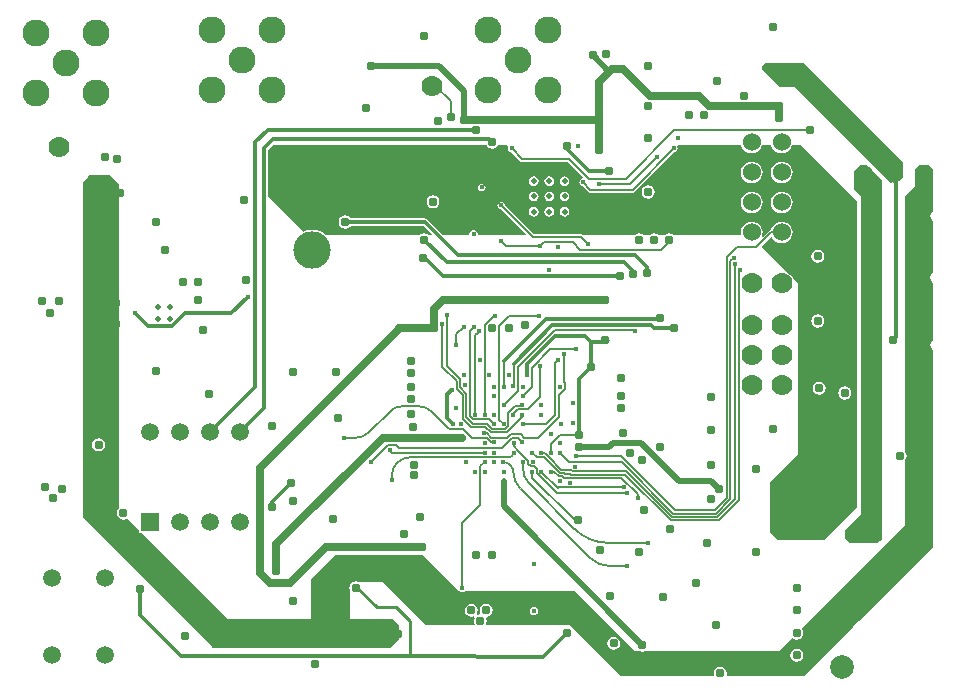
<source format=gbl>
%FSLAX23Y23*%
%MOIN*%
G70*
G01*
G75*
G04 Layer_Physical_Order=4*
G04 Layer_Color=16711680*
%ADD10C,0.012*%
%ADD11C,0.011*%
%ADD12R,0.118X0.079*%
%ADD13R,0.079X0.039*%
%ADD14R,0.030X0.030*%
%ADD15R,0.030X0.030*%
%ADD16R,0.035X0.031*%
%ADD17R,0.031X0.031*%
%ADD18R,0.044X0.058*%
%ADD19R,0.079X0.047*%
%ADD20R,0.094X0.102*%
%ADD21R,0.012X0.053*%
%ADD22R,0.071X0.075*%
%ADD23R,0.091X0.075*%
%ADD24R,0.050X0.030*%
%ADD25R,0.030X0.050*%
%ADD26R,0.008X0.027*%
%ADD27R,0.015X0.061*%
%ADD28R,0.051X0.049*%
%ADD29R,0.020X0.020*%
%ADD30R,0.130X0.173*%
%ADD31R,0.154X0.244*%
%ADD32R,0.058X0.044*%
%ADD33R,0.012X0.020*%
%ADD34R,0.012X0.019*%
%ADD35R,0.020X0.020*%
%ADD36R,0.051X0.107*%
%ADD37R,0.011X0.031*%
%ADD38R,0.055X0.047*%
%ADD39O,0.087X0.024*%
%ADD40R,0.033X0.011*%
%ADD41R,0.065X0.094*%
%ADD42R,0.024X0.010*%
%ADD43R,0.010X0.024*%
%ADD44R,0.201X0.201*%
%ADD45R,0.039X0.028*%
%ADD46C,0.009*%
%ADD47C,0.039*%
%ADD48C,0.008*%
%ADD49C,0.015*%
%ADD50C,0.010*%
%ADD51C,0.020*%
%ADD52C,0.025*%
%ADD53C,0.005*%
%ADD54C,0.006*%
%ADD55C,0.060*%
%ADD56C,0.070*%
%ADD57C,0.125*%
%ADD58C,0.090*%
%ADD59C,0.059*%
%ADD60C,0.079*%
%ADD61R,0.059X0.059*%
%ADD62C,0.031*%
%ADD63C,0.016*%
%ADD64C,0.020*%
%ADD65C,0.006*%
G36*
X3055Y1720D02*
Y1660D01*
Y1582D01*
X3051Y1579D01*
X3046Y1573D01*
X3045Y1565D01*
X3046Y1557D01*
X3051Y1551D01*
X3055Y1548D01*
Y1377D01*
X3051Y1374D01*
X3046Y1368D01*
X3045Y1360D01*
X3046Y1352D01*
X3051Y1346D01*
X3055Y1343D01*
Y1152D01*
X3051Y1149D01*
X3046Y1143D01*
X3045Y1135D01*
X3046Y1127D01*
X3051Y1121D01*
X3055Y1118D01*
X3055Y460D01*
X2814Y219D01*
X2804Y214D01*
X2794Y206D01*
X2786Y196D01*
X2781Y186D01*
X2625Y30D01*
X2370D01*
X2366Y35D01*
X2367Y40D01*
X2365Y48D01*
X2361Y56D01*
X2353Y60D01*
X2345Y62D01*
X2337Y60D01*
X2329Y56D01*
X2325Y48D01*
X2323Y40D01*
X2324Y35D01*
X2320Y30D01*
X2105D01*
X2015D01*
X1845Y200D01*
X1566D01*
X1564Y204D01*
X1565Y207D01*
X1567Y215D01*
X1565Y223D01*
X1568Y229D01*
X1573Y230D01*
X1581Y235D01*
X1585Y242D01*
X1587Y250D01*
X1585Y258D01*
X1581Y266D01*
X1573Y270D01*
X1565Y272D01*
X1557Y270D01*
X1549Y266D01*
X1545Y258D01*
X1543Y250D01*
X1545Y242D01*
X1542Y236D01*
X1537Y235D01*
X1536Y236D01*
X1534Y239D01*
X1535Y242D01*
X1537Y250D01*
X1535Y258D01*
X1531Y266D01*
X1523Y270D01*
X1515Y272D01*
X1507Y270D01*
X1500Y266D01*
X1495Y258D01*
X1493Y250D01*
X1495Y242D01*
X1500Y235D01*
X1507Y230D01*
X1515Y228D01*
X1523Y230D01*
X1524Y229D01*
X1526Y226D01*
X1525Y223D01*
X1523Y215D01*
X1525Y207D01*
X1526Y204D01*
X1524Y200D01*
X1365D01*
X1220Y345D01*
X1139D01*
X1138Y345D01*
X1130Y347D01*
X1122Y345D01*
X1114Y341D01*
X1110Y333D01*
X1108Y325D01*
X1110Y317D01*
X1110Y316D01*
Y220D01*
X1230D01*
X1255D01*
X1275Y200D01*
Y165D01*
Y155D01*
X1245Y125D01*
X655Y125D01*
X220Y560D01*
Y1675D01*
X236Y1696D01*
X242Y1700D01*
X310Y1700D01*
X340Y1670D01*
X340Y591D01*
X340Y591D01*
X335Y583D01*
X333Y575D01*
X335Y567D01*
X340Y559D01*
X347Y555D01*
X355Y553D01*
X363Y555D01*
X368Y557D01*
X409Y516D01*
Y509D01*
X416D01*
X705Y220D01*
X980Y220D01*
X980Y355D01*
X1060Y435D01*
X1355Y435D01*
X1475Y315D01*
X1477D01*
X1480Y313D01*
X1485Y312D01*
X1490Y313D01*
X1493Y315D01*
X1860D01*
X2060Y115D01*
X2076D01*
X2077Y115D01*
X2085Y113D01*
X2093Y115D01*
X2094Y115D01*
X2540D01*
X2584Y159D01*
X2584D01*
X2592Y155D01*
X2600Y153D01*
X2608Y155D01*
X2616Y159D01*
X2620Y167D01*
X2622Y175D01*
X2620Y183D01*
X2616Y191D01*
X2960Y535D01*
Y749D01*
X2961Y749D01*
X2965Y757D01*
X2967Y765D01*
X2965Y773D01*
X2961Y780D01*
X2960Y781D01*
Y1630D01*
X2995Y1665D01*
Y1720D01*
X3010Y1735D01*
X3040D01*
X3055Y1720D01*
D02*
G37*
G36*
X2835Y1735D02*
X2885Y1685D01*
X2885Y1407D01*
X2885Y1405D01*
X2885Y1403D01*
X2885Y1202D01*
X2885Y1200D01*
X2885Y1198D01*
X2885Y977D01*
X2885Y975D01*
X2885Y973D01*
X2885Y490D01*
X2870Y475D01*
X2775Y475D01*
X2760Y490D01*
X2760Y515D01*
X2815Y570D01*
X2815Y1630D01*
X2790Y1655D01*
X2790Y1715D01*
X2810Y1735D01*
X2835Y1735D01*
D02*
G37*
G36*
X2955Y1745D02*
Y1695D01*
X2948Y1688D01*
X2943Y1690D01*
Y1699D01*
X2942Y1704D01*
X2940Y1708D01*
X2934Y1714D01*
X2930Y1716D01*
X2925Y1717D01*
X2920Y1716D01*
X2916Y1714D01*
X2914Y1710D01*
X2913Y1705D01*
X2914Y1700D01*
X2916Y1696D01*
X2919Y1694D01*
Y1678D01*
X2914Y1676D01*
X2595Y1995D01*
X2545D01*
X2485Y2055D01*
X2485Y2065D01*
X2495Y2075D01*
X2625D01*
X2955Y1745D01*
D02*
G37*
G36*
X2800Y1615D02*
X2800Y595D01*
X2690Y485D01*
X2535D01*
X2510Y510D01*
Y675D01*
X2605Y770D01*
Y1340D01*
X2587Y1358D01*
X2586Y1361D01*
X2579Y1369D01*
X2571Y1376D01*
X2568Y1377D01*
X2484Y1461D01*
Y1466D01*
X2513Y1495D01*
X2518Y1494D01*
X2519Y1492D01*
X2524Y1484D01*
X2532Y1479D01*
X2541Y1475D01*
X2550Y1474D01*
X2559Y1475D01*
X2568Y1479D01*
X2576Y1484D01*
X2581Y1492D01*
X2585Y1501D01*
X2586Y1510D01*
X2585Y1519D01*
X2581Y1528D01*
X2576Y1536D01*
X2568Y1541D01*
X2559Y1545D01*
X2550Y1546D01*
X2541Y1545D01*
X2532Y1541D01*
X2524Y1536D01*
X2519Y1528D01*
X2515Y1519D01*
X2515Y1519D01*
X2512Y1518D01*
X2509Y1516D01*
X2488Y1496D01*
X2484Y1499D01*
X2485Y1501D01*
X2486Y1510D01*
X2485Y1519D01*
X2481Y1528D01*
X2476Y1536D01*
X2468Y1541D01*
X2459Y1545D01*
X2450Y1546D01*
X2441Y1545D01*
X2432Y1541D01*
X2424Y1536D01*
X2419Y1528D01*
X2415Y1519D01*
X2414Y1510D01*
X2414Y1505D01*
X2410Y1500D01*
X2191Y1500D01*
X2191Y1501D01*
X2183Y1505D01*
X2175Y1507D01*
X2167Y1505D01*
X2159Y1501D01*
X2159Y1500D01*
X2141D01*
X2141Y1501D01*
X2133Y1505D01*
X2125Y1507D01*
X2117Y1505D01*
X2109Y1501D01*
X2109Y1500D01*
X2091D01*
X2091Y1501D01*
X2083Y1505D01*
X2075Y1507D01*
X2067Y1505D01*
X2059Y1501D01*
X2059Y1500D01*
X1889D01*
X1887Y1502D01*
X1884Y1504D01*
X1880Y1505D01*
X1724D01*
X1628Y1601D01*
X1627Y1605D01*
X1624Y1609D01*
X1620Y1612D01*
X1615Y1613D01*
X1610Y1612D01*
X1606Y1609D01*
X1603Y1605D01*
X1602Y1600D01*
X1603Y1595D01*
X1606Y1591D01*
X1610Y1588D01*
X1614Y1587D01*
X1696Y1505D01*
X1694Y1500D01*
X1539D01*
X1536Y1504D01*
X1536Y1505D01*
X1535Y1510D01*
X1532Y1514D01*
X1528Y1517D01*
X1523Y1518D01*
X1517Y1517D01*
X1513Y1514D01*
X1510Y1510D01*
X1509Y1505D01*
X1509Y1504D01*
X1506Y1500D01*
X1422D01*
X1369Y1554D01*
X1365Y1556D01*
X1360Y1557D01*
X1113D01*
X1111Y1561D01*
X1103Y1565D01*
X1095Y1567D01*
X1087Y1565D01*
X1079Y1561D01*
X1075Y1553D01*
X1073Y1545D01*
X1075Y1537D01*
X1079Y1529D01*
X1087Y1525D01*
X1095Y1523D01*
X1103Y1525D01*
X1111Y1529D01*
X1113Y1533D01*
X1355D01*
X1383Y1505D01*
X1381Y1500D01*
X1373D01*
X1373Y1501D01*
X1366Y1505D01*
X1358Y1507D01*
X1349Y1505D01*
X1342Y1501D01*
X1342Y1500D01*
X1032Y1500D01*
X1023Y1507D01*
X1011Y1514D01*
X998Y1518D01*
X985Y1519D01*
X972Y1518D01*
X959Y1514D01*
X957Y1513D01*
X837Y1633D01*
Y1782D01*
X855Y1800D01*
X1566D01*
X1569Y1794D01*
X1577Y1790D01*
X1585Y1788D01*
X1593Y1790D01*
X1601Y1794D01*
X1604Y1800D01*
X1635D01*
X1638Y1795D01*
X1637Y1790D01*
X1638Y1785D01*
X1641Y1781D01*
X1645Y1778D01*
X1649Y1777D01*
X1678Y1748D01*
X1681Y1746D01*
X1685Y1745D01*
X1836D01*
X1886Y1695D01*
X1884Y1689D01*
X1883Y1689D01*
X1879Y1686D01*
X1876Y1682D01*
X1875Y1677D01*
X1876Y1672D01*
X1879Y1667D01*
X1883Y1665D01*
X1887Y1664D01*
X1905Y1646D01*
X1908Y1644D01*
X1912Y1643D01*
X2053D01*
X2057Y1644D01*
X2060Y1646D01*
X2191Y1777D01*
X2195Y1778D01*
X2199Y1781D01*
X2202Y1785D01*
X2203Y1790D01*
X2202Y1795D01*
X2205Y1800D01*
X2415D01*
X2419Y1792D01*
X2424Y1784D01*
X2432Y1779D01*
X2441Y1775D01*
X2450Y1774D01*
X2459Y1775D01*
X2468Y1779D01*
X2476Y1784D01*
X2481Y1792D01*
X2485Y1800D01*
X2515D01*
X2519Y1792D01*
X2524Y1784D01*
X2532Y1779D01*
X2541Y1775D01*
X2550Y1774D01*
X2559Y1775D01*
X2568Y1779D01*
X2576Y1784D01*
X2581Y1792D01*
X2585Y1800D01*
X2615D01*
X2800Y1615D01*
D02*
G37*
%LPC*%
G36*
X2670Y1237D02*
X2662Y1235D01*
X2655Y1231D01*
X2650Y1223D01*
X2648Y1215D01*
X2650Y1207D01*
X2655Y1199D01*
X2662Y1195D01*
X2670Y1193D01*
X2678Y1195D01*
X2686Y1199D01*
X2690Y1207D01*
X2692Y1215D01*
X2690Y1223D01*
X2686Y1231D01*
X2678Y1235D01*
X2670Y1237D01*
D02*
G37*
G36*
X2670Y1452D02*
X2662Y1450D01*
X2654Y1446D01*
X2650Y1438D01*
X2648Y1430D01*
X2650Y1422D01*
X2654Y1414D01*
X2662Y1410D01*
X2670Y1408D01*
X2678Y1410D01*
X2686Y1414D01*
X2690Y1422D01*
X2692Y1430D01*
X2690Y1438D01*
X2686Y1446D01*
X2678Y1450D01*
X2670Y1452D01*
D02*
G37*
G36*
X1826Y1595D02*
X1820Y1594D01*
X1815Y1590D01*
X1811Y1585D01*
X1810Y1579D01*
X1811Y1573D01*
X1815Y1567D01*
X1820Y1564D01*
X1826Y1563D01*
X1832Y1564D01*
X1838Y1567D01*
X1841Y1573D01*
X1842Y1579D01*
X1841Y1585D01*
X1838Y1590D01*
X1832Y1594D01*
X1826Y1595D01*
D02*
G37*
G36*
X1775D02*
X1769Y1594D01*
X1764Y1590D01*
X1760Y1585D01*
X1759Y1579D01*
X1760Y1573D01*
X1764Y1567D01*
X1769Y1564D01*
X1775Y1563D01*
X1781Y1564D01*
X1786Y1567D01*
X1790Y1573D01*
X1791Y1579D01*
X1790Y1585D01*
X1786Y1590D01*
X1781Y1594D01*
X1775Y1595D01*
D02*
G37*
G36*
X1724D02*
X1718Y1594D01*
X1712Y1590D01*
X1709Y1585D01*
X1708Y1579D01*
X1709Y1573D01*
X1712Y1567D01*
X1718Y1564D01*
X1724Y1563D01*
X1730Y1564D01*
X1735Y1567D01*
X1739Y1573D01*
X1740Y1579D01*
X1739Y1585D01*
X1735Y1590D01*
X1730Y1594D01*
X1724Y1595D01*
D02*
G37*
G36*
X2675Y1012D02*
X2667Y1010D01*
X2659Y1006D01*
X2655Y998D01*
X2653Y990D01*
X2655Y982D01*
X2659Y975D01*
X2667Y970D01*
X2675Y968D01*
X2683Y970D01*
X2691Y975D01*
X2695Y982D01*
X2697Y990D01*
X2695Y998D01*
X2691Y1006D01*
X2683Y1010D01*
X2675Y1012D01*
D02*
G37*
G36*
X1990Y162D02*
X1981Y160D01*
X1974Y156D01*
X1970Y148D01*
X1968Y140D01*
X1970Y132D01*
X1974Y124D01*
X1981Y120D01*
X1990Y118D01*
X1998Y120D01*
X2005Y124D01*
X2010Y132D01*
X2012Y140D01*
X2010Y148D01*
X2005Y156D01*
X1998Y160D01*
X1990Y162D01*
D02*
G37*
G36*
X2600Y122D02*
X2592Y120D01*
X2584Y116D01*
X2580Y108D01*
X2578Y100D01*
X2580Y92D01*
X2584Y84D01*
X2592Y80D01*
X2600Y78D01*
X2608Y80D01*
X2616Y84D01*
X2620Y92D01*
X2622Y100D01*
X2620Y108D01*
X2616Y116D01*
X2608Y120D01*
X2600Y122D01*
D02*
G37*
G36*
X1724Y262D02*
X1718Y261D01*
X1714Y258D01*
X1711Y254D01*
X1710Y249D01*
X1711Y243D01*
X1714Y239D01*
X1718Y236D01*
X1724Y235D01*
X1729Y236D01*
X1733Y239D01*
X1736Y243D01*
X1737Y249D01*
X1736Y254D01*
X1733Y258D01*
X1729Y261D01*
X1724Y262D01*
D02*
G37*
G36*
X2760Y997D02*
X2752Y995D01*
X2744Y991D01*
X2740Y983D01*
X2738Y975D01*
X2740Y967D01*
X2744Y959D01*
X2752Y955D01*
X2760Y953D01*
X2768Y955D01*
X2776Y959D01*
X2780Y967D01*
X2782Y975D01*
X2780Y983D01*
X2776Y991D01*
X2768Y995D01*
X2760Y997D01*
D02*
G37*
G36*
X273Y824D02*
X264Y823D01*
X257Y818D01*
X252Y811D01*
X251Y803D01*
X252Y794D01*
X257Y787D01*
X264Y782D01*
X273Y781D01*
X281Y782D01*
X288Y787D01*
X293Y794D01*
X294Y803D01*
X293Y811D01*
X288Y818D01*
X281Y823D01*
X273Y824D01*
D02*
G37*
G36*
X1775Y1697D02*
X1769Y1696D01*
X1764Y1693D01*
X1760Y1687D01*
X1759Y1681D01*
X1760Y1675D01*
X1764Y1670D01*
X1769Y1666D01*
X1775Y1665D01*
X1781Y1666D01*
X1786Y1670D01*
X1790Y1675D01*
X1791Y1681D01*
X1790Y1687D01*
X1786Y1693D01*
X1781Y1696D01*
X1775Y1697D01*
D02*
G37*
G36*
X1724D02*
X1718Y1696D01*
X1712Y1693D01*
X1709Y1687D01*
X1708Y1681D01*
X1709Y1675D01*
X1712Y1670D01*
X1718Y1666D01*
X1724Y1665D01*
X1730Y1666D01*
X1735Y1670D01*
X1739Y1675D01*
X1740Y1681D01*
X1739Y1687D01*
X1735Y1693D01*
X1730Y1696D01*
X1724Y1697D01*
D02*
G37*
G36*
X1550Y1673D02*
X1545Y1672D01*
X1541Y1669D01*
X1538Y1665D01*
X1537Y1660D01*
X1538Y1655D01*
X1541Y1651D01*
X1545Y1648D01*
X1550Y1647D01*
X1555Y1648D01*
X1559Y1651D01*
X1562Y1655D01*
X1563Y1660D01*
X1562Y1665D01*
X1559Y1669D01*
X1555Y1672D01*
X1550Y1673D01*
D02*
G37*
G36*
X2550Y1746D02*
X2541Y1745D01*
X2532Y1741D01*
X2524Y1736D01*
X2519Y1728D01*
X2515Y1719D01*
X2514Y1710D01*
X2515Y1701D01*
X2519Y1692D01*
X2524Y1684D01*
X2532Y1679D01*
X2541Y1675D01*
X2550Y1674D01*
X2559Y1675D01*
X2568Y1679D01*
X2576Y1684D01*
X2581Y1692D01*
X2585Y1701D01*
X2586Y1710D01*
X2585Y1719D01*
X2581Y1728D01*
X2576Y1736D01*
X2568Y1741D01*
X2559Y1745D01*
X2550Y1746D01*
D02*
G37*
G36*
X2450D02*
X2441Y1745D01*
X2432Y1741D01*
X2424Y1736D01*
X2419Y1728D01*
X2415Y1719D01*
X2414Y1710D01*
X2415Y1701D01*
X2419Y1692D01*
X2424Y1684D01*
X2432Y1679D01*
X2441Y1675D01*
X2450Y1674D01*
X2459Y1675D01*
X2468Y1679D01*
X2476Y1684D01*
X2481Y1692D01*
X2485Y1701D01*
X2486Y1710D01*
X2485Y1719D01*
X2481Y1728D01*
X2476Y1736D01*
X2468Y1741D01*
X2459Y1745D01*
X2450Y1746D01*
D02*
G37*
G36*
X1826Y1697D02*
X1820Y1696D01*
X1815Y1693D01*
X1811Y1687D01*
X1810Y1681D01*
X1811Y1675D01*
X1815Y1670D01*
X1820Y1666D01*
X1826Y1665D01*
X1832Y1666D01*
X1838Y1670D01*
X1841Y1675D01*
X1842Y1681D01*
X1841Y1687D01*
X1838Y1693D01*
X1832Y1696D01*
X1826Y1697D01*
D02*
G37*
G36*
X2105Y1667D02*
X2097Y1665D01*
X2089Y1661D01*
X2085Y1653D01*
X2083Y1645D01*
X2085Y1637D01*
X2089Y1629D01*
X2097Y1625D01*
X2105Y1623D01*
X2113Y1625D01*
X2121Y1629D01*
X2125Y1637D01*
X2127Y1645D01*
X2125Y1653D01*
X2121Y1661D01*
X2113Y1665D01*
X2105Y1667D01*
D02*
G37*
G36*
X1388Y1634D02*
X1379Y1633D01*
X1372Y1628D01*
X1367Y1621D01*
X1366Y1612D01*
X1367Y1604D01*
X1372Y1597D01*
X1379Y1592D01*
X1388Y1591D01*
X1396Y1592D01*
X1403Y1597D01*
X1408Y1604D01*
X1409Y1612D01*
X1408Y1621D01*
X1403Y1628D01*
X1396Y1633D01*
X1388Y1634D01*
D02*
G37*
G36*
X2550Y1646D02*
X2541Y1645D01*
X2532Y1641D01*
X2524Y1636D01*
X2519Y1628D01*
X2515Y1619D01*
X2514Y1610D01*
X2515Y1601D01*
X2519Y1592D01*
X2524Y1584D01*
X2532Y1579D01*
X2541Y1575D01*
X2550Y1574D01*
X2559Y1575D01*
X2568Y1579D01*
X2576Y1584D01*
X2581Y1592D01*
X2585Y1601D01*
X2586Y1610D01*
X2585Y1619D01*
X2581Y1628D01*
X2576Y1636D01*
X2568Y1641D01*
X2559Y1645D01*
X2550Y1646D01*
D02*
G37*
G36*
X2450D02*
X2441Y1645D01*
X2432Y1641D01*
X2424Y1636D01*
X2419Y1628D01*
X2415Y1619D01*
X2414Y1610D01*
X2415Y1601D01*
X2419Y1592D01*
X2424Y1584D01*
X2432Y1579D01*
X2441Y1575D01*
X2450Y1574D01*
X2459Y1575D01*
X2468Y1579D01*
X2476Y1584D01*
X2481Y1592D01*
X2485Y1601D01*
X2486Y1610D01*
X2485Y1619D01*
X2481Y1628D01*
X2476Y1636D01*
X2468Y1641D01*
X2459Y1645D01*
X2450Y1646D01*
D02*
G37*
G36*
X1826Y1646D02*
X1820Y1645D01*
X1815Y1641D01*
X1811Y1636D01*
X1810Y1630D01*
X1811Y1624D01*
X1815Y1619D01*
X1820Y1615D01*
X1826Y1614D01*
X1832Y1615D01*
X1838Y1619D01*
X1841Y1624D01*
X1842Y1630D01*
X1841Y1636D01*
X1838Y1641D01*
X1832Y1645D01*
X1826Y1646D01*
D02*
G37*
G36*
X1775D02*
X1769Y1645D01*
X1764Y1641D01*
X1760Y1636D01*
X1759Y1630D01*
X1760Y1624D01*
X1764Y1619D01*
X1769Y1615D01*
X1775Y1614D01*
X1781Y1615D01*
X1786Y1619D01*
X1790Y1624D01*
X1791Y1630D01*
X1790Y1636D01*
X1786Y1641D01*
X1781Y1645D01*
X1775Y1646D01*
D02*
G37*
G36*
X1724D02*
X1718Y1645D01*
X1712Y1641D01*
X1709Y1636D01*
X1708Y1630D01*
X1709Y1624D01*
X1712Y1619D01*
X1718Y1615D01*
X1724Y1614D01*
X1730Y1615D01*
X1735Y1619D01*
X1739Y1624D01*
X1740Y1630D01*
X1739Y1636D01*
X1735Y1641D01*
X1730Y1645D01*
X1724Y1646D01*
D02*
G37*
%LPD*%
D10*
X1958Y1145D02*
G03*
X1970Y1150I0J17D01*
G01*
X855Y1820D02*
X1575D01*
X1585Y1810D01*
X1535Y1850D02*
X1538Y1852D01*
X837D02*
X1538D01*
X2931Y1161D02*
Y1699D01*
X2920Y1150D02*
X2931Y1161D01*
X2925Y1705D02*
X2931Y1699D01*
X1755Y95D02*
X1835Y175D01*
X1310Y98D02*
X1755Y95D01*
X1835Y175D02*
X1835D01*
X2125Y1190D02*
X2195D01*
X2115Y1200D02*
X2125Y1190D01*
X1785Y1200D02*
X2115D01*
X1765Y1220D02*
X2145D01*
X2100Y1375D02*
Y1395D01*
X2060Y1435D02*
X2100Y1395D01*
X2055Y1370D02*
Y1380D01*
X2025Y1410D02*
X2055Y1380D01*
X825Y1790D02*
X855Y1820D01*
X1530Y1850D02*
X1535D01*
X825Y925D02*
Y1790D01*
X1907Y1715D02*
X1975D01*
X1835Y1787D02*
X1907Y1715D01*
X1835Y1787D02*
Y1797D01*
Y1790D02*
Y1797D01*
X795Y1810D02*
X837Y1852D01*
X1433Y1410D02*
X2025D01*
X1358Y1485D02*
X1433Y1410D01*
X1470Y1435D02*
X2060D01*
X1360Y1545D02*
X1470Y1435D01*
X795Y995D02*
Y1810D01*
X645Y845D02*
X795Y995D01*
X745Y845D02*
X825Y925D01*
X1656Y1071D02*
X1785Y1200D01*
X395Y1240D02*
X437Y1199D01*
X519D01*
X561Y1240D01*
X715D01*
X770Y1295D01*
X410Y235D02*
Y320D01*
Y235D02*
X548Y98D01*
X1310D01*
X1700Y1035D02*
Y1070D01*
X1355Y1425D02*
X1360D01*
X1875Y835D02*
Y1020D01*
X1915Y1060D01*
Y1145D01*
X1700Y1070D02*
X1795Y1165D01*
X1895D01*
X1915Y1145D01*
X1625Y1080D02*
X1765Y1220D01*
X850Y595D02*
Y610D01*
X915Y675D01*
X1435Y890D02*
X1455Y870D01*
X1435Y890D02*
Y970D01*
X1450Y985D01*
X1915Y1145D02*
X1958D01*
X1360Y1425D02*
X1420Y1365D01*
X2010D01*
X1095Y1545D02*
X1360D01*
D48*
X1395Y1999D02*
X1447Y1947D01*
Y1894D02*
Y1947D01*
X1383Y1999D02*
X1395D01*
X2190Y1850D02*
X2645D01*
X2030Y1689D02*
X2190Y1850D01*
X1906Y1689D02*
X2030D01*
X1650Y1790D02*
X1685Y1755D01*
X1877Y1453D02*
X2148D01*
X1615Y1480D02*
X1630Y1465D01*
X1745D01*
X1685Y1755D02*
X1840D01*
X1906Y1689D01*
X1940Y1670D02*
X2045D01*
X2135Y1760D01*
X2053Y1653D02*
X2190Y1790D01*
X1757Y1477D02*
X1853D01*
X1745Y1465D02*
X1757Y1477D01*
X1853D02*
X1877Y1453D01*
X1615Y1600D02*
X1720Y1495D01*
X1880D01*
X1905Y1470D01*
X1888Y1677D02*
X1912Y1653D01*
X2053D01*
X2175Y1485D02*
X2180D01*
X2148Y1453D02*
X2180Y1485D01*
D50*
X1130Y325D02*
X1135D01*
X1200Y260D01*
X1265D01*
X1310Y215D01*
Y98D02*
Y215D01*
D51*
X1490Y1885D02*
Y1983D01*
X1408Y2065D02*
X1490Y1983D01*
X1180Y2065D02*
X1408D01*
X1623Y597D02*
X2085Y135D01*
X1623Y597D02*
Y682D01*
X2081Y807D02*
X2207Y680D01*
X1987Y807D02*
X2081D01*
X2207Y680D02*
X2315D01*
X2340Y655D01*
X1975Y795D02*
X1987Y807D01*
X1875Y795D02*
X1975D01*
X1920Y2100D02*
X1975Y2045D01*
D52*
X1490Y1885D02*
X1940D01*
X1030Y460D02*
X1350D01*
X910Y340D02*
X1030Y460D01*
X845Y340D02*
X910D01*
X810Y375D02*
X845Y340D01*
X810Y375D02*
Y725D01*
X1273Y1188D01*
X1940Y1785D02*
Y2010D01*
X2020Y2055D02*
X2111Y1964D01*
X1985Y2055D02*
X2020D01*
X2111Y1964D02*
X2274D01*
X2540Y1890D02*
Y1930D01*
X2274Y1964D02*
X2308Y1930D01*
X2540D01*
X1275Y1190D02*
X1390D01*
Y1255D01*
X1420Y1285D01*
X1960D01*
X865Y380D02*
Y470D01*
X1220Y825D01*
X1485D01*
X1940Y2010D02*
X1975Y2045D01*
X1985Y2055D01*
D53*
X1640Y761D02*
G03*
X1656Y776I0J16D01*
G01*
X1312Y761D02*
G03*
X1250Y698I0J-62D01*
G01*
X1686Y729D02*
G03*
X1710Y670I83J0D01*
G01*
X1858Y523D02*
G03*
X1972Y475I115J115D01*
G01*
X1645Y735D02*
G03*
X1621Y745I-24J-24D01*
G01*
X1655Y711D02*
G03*
X1677Y658I74J0D01*
G01*
X1655Y711D02*
G03*
X1645Y735I-34J0D01*
G01*
X1908Y427D02*
G03*
X1979Y398I71J71D01*
G01*
X1545Y600D02*
Y730D01*
X1485Y540D02*
X1545Y600D01*
X1485Y325D02*
Y540D01*
X1794Y1185D02*
X2055D01*
X2060Y1180D01*
X2394Y1404D02*
X2395Y1405D01*
X2379Y620D02*
Y1414D01*
X2368Y625D02*
Y1428D01*
X2379Y1414D02*
X2390Y1425D01*
X2368Y1428D02*
X2400Y1460D01*
X2394Y620D02*
Y1404D01*
X2407Y1382D02*
X2410Y1385D01*
X2407Y617D02*
Y1382D01*
X2400Y1460D02*
X2465D01*
X2340Y550D02*
X2407Y617D01*
X2335Y561D02*
X2394Y620D01*
X2515Y1510D02*
X2550D01*
X2465Y1460D02*
X2515Y1510D01*
X2328Y585D02*
X2368Y625D01*
X2331Y572D02*
X2379Y620D01*
X2195Y585D02*
X2328D01*
X2189Y572D02*
X2331D01*
X2185Y561D02*
X2335D01*
X2180Y550D02*
X2340D01*
X2016Y745D02*
X2189Y572D01*
X2032Y714D02*
X2185Y561D01*
X2027Y703D02*
X2180Y550D01*
X1865Y765D02*
X2015D01*
X1840Y745D02*
X2016D01*
X1810Y775D02*
X1840Y745D01*
X1774Y761D02*
X1815Y719D01*
X1848D01*
X1854Y714D01*
X2032D01*
X1749Y776D02*
X1758D01*
X1765Y770D01*
Y770D02*
X1774Y761D01*
X1774D01*
X1765Y770D02*
Y770D01*
X1827Y704D02*
X1848D01*
X1811Y708D02*
X1823D01*
X1827Y704D01*
X1848D02*
X1849Y703D01*
X2027D01*
X1717Y776D02*
X1718D01*
X1734Y760D02*
X1758D01*
X1769Y750D02*
X1769D01*
X1811Y708D01*
X1718Y776D02*
X1734Y760D01*
X1758D02*
X1769Y750D01*
X2015Y765D02*
X2195Y585D01*
X1810Y835D02*
X1875D01*
X1780Y805D02*
X1810Y835D01*
X1780Y776D02*
Y805D01*
X1655Y997D02*
X1656Y998D01*
Y1071D01*
X1972Y475D02*
X2105D01*
X1806Y697D02*
X1818D01*
X1823Y693D01*
X1780Y713D02*
X1790D01*
X1806Y697D01*
X1733Y707D02*
X1800Y640D01*
X1749Y713D02*
X1803Y659D01*
X1805Y660D01*
X2025D01*
X1823Y693D02*
X1843D01*
X1844Y692D01*
X1560Y903D02*
X1560Y902D01*
X1560Y903D02*
Y1160D01*
X1575Y887D02*
X1591Y871D01*
X1522Y887D02*
X1575D01*
X1686Y965D02*
X1716Y995D01*
X1671Y782D02*
Y783D01*
X1656Y797D02*
X1671Y783D01*
X1180Y745D02*
X1236Y801D01*
X1265D01*
X1273Y792D01*
X2070Y625D02*
Y637D01*
X1844Y692D02*
X2015D01*
X2070Y637D01*
X1800Y640D02*
X2035D01*
X1625Y999D02*
X1625Y999D01*
X1607Y886D02*
X1623Y871D01*
X1716Y995D02*
Y1057D01*
X1625Y999D02*
Y1080D01*
X1545Y730D02*
X1560Y745D01*
X1243Y785D02*
X1251Y776D01*
X1560D01*
X1717Y693D02*
Y712D01*
X1733Y707D02*
Y722D01*
X1725Y730D02*
X1733Y722D01*
X1714Y730D02*
X1725D01*
X1705Y739D02*
X1714Y730D01*
X1705Y739D02*
Y749D01*
X1671Y782D02*
X1705Y749D01*
X1671Y981D02*
Y1061D01*
X1794Y1185D01*
X1860Y550D02*
X1870D01*
X1717Y693D02*
X1860Y550D01*
X1716Y1057D02*
X1778Y1120D01*
X1778Y1120D01*
X1640Y1230D02*
X1740D01*
X1607Y1178D02*
X1609Y1180D01*
Y1199D01*
X1640Y1230D01*
X1561Y1161D02*
Y1200D01*
X1560Y1160D02*
X1561Y1161D01*
X1591Y1230D02*
X1595D01*
X1561Y1200D02*
X1591Y1230D01*
X1686Y870D02*
X1765D01*
X1795Y900D01*
X1806Y895D02*
Y969D01*
X1826Y989D01*
Y1011D01*
X1825Y1011D02*
X1826Y1011D01*
X1825Y1011D02*
Y1105D01*
X1778Y1120D02*
X1818D01*
X1819Y1120D01*
X1865D02*
X1865Y1120D01*
X1819Y1120D02*
X1865D01*
X1795Y900D02*
Y1075D01*
X1805Y1085D01*
X1745Y960D02*
Y1065D01*
X1655Y905D02*
X1670Y920D01*
X1705D01*
X1745Y960D01*
X1607Y886D02*
Y1178D01*
X1625Y935D02*
Y935D01*
X1671Y981D01*
X1681Y931D02*
X1685Y936D01*
X1661Y931D02*
X1681D01*
X1638Y908D02*
X1661Y931D01*
X1638Y864D02*
Y908D01*
X1629Y855D02*
X1638Y864D01*
X1585Y855D02*
X1629D01*
X1567Y873D02*
X1585Y855D01*
X1670Y826D02*
X1685Y810D01*
X1736Y825D02*
X1806Y895D01*
X1692Y825D02*
X1736D01*
X1559Y840D02*
X1566D01*
X1680Y837D02*
X1692Y825D01*
X1566Y840D02*
X1581Y826D01*
X1641Y815D02*
Y815D01*
X1618Y792D02*
X1641Y815D01*
Y815D02*
X1651Y826D01*
X1670D01*
X1273Y792D02*
X1618D01*
X1646Y837D02*
X1680D01*
X1581Y826D02*
X1635D01*
X1646Y837D01*
X1685Y896D02*
Y900D01*
X1634Y844D02*
X1685Y896D01*
X1580Y844D02*
X1634D01*
X1562Y862D02*
X1580Y844D01*
X1515Y862D02*
X1562D01*
X1520Y873D02*
X1567D01*
X1499Y894D02*
X1520Y873D01*
X1510Y899D02*
X1522Y887D01*
X1488Y889D02*
X1515Y862D01*
X1499Y894D02*
Y973D01*
X1478Y994D02*
X1499Y973D01*
X1478Y994D02*
Y1022D01*
X1488Y889D02*
Y968D01*
X1467Y989D02*
X1488Y968D01*
X1467Y989D02*
Y1015D01*
X1419Y1063D02*
Y1205D01*
Y1063D02*
X1467Y1015D01*
X1250Y685D02*
Y698D01*
X1312Y761D02*
X1640D01*
X1656Y797D02*
Y810D01*
X1710Y670D02*
X1858Y523D01*
X1686Y729D02*
Y745D01*
X1620Y745D02*
X1621D01*
X1680Y655D02*
X1908Y427D01*
X1979Y398D02*
X2033D01*
X1528Y902D02*
Y1168D01*
X1536Y1176D01*
X1435Y1065D02*
X1478Y1022D01*
X1435Y1065D02*
Y1235D01*
X1465Y1135D02*
Y1170D01*
X1510Y899D02*
Y1180D01*
X1525Y1195D01*
X1465Y1170D02*
X1490Y1195D01*
D54*
X1127Y825D02*
G03*
X1175Y845I0J68D01*
G01*
X1280Y930D02*
G03*
X1246Y916I0J-48D01*
G01*
X1380Y915D02*
G03*
X1344Y930I-36J-36D01*
G01*
X1436Y859D02*
G03*
X1448Y854I13J13D01*
G01*
X1580Y810D02*
X1590D01*
X1486Y854D02*
X1517Y824D01*
X1566D01*
X1580Y810D01*
X1090Y825D02*
X1127D01*
X1175Y845D02*
X1246Y916D01*
X1448Y854D02*
X1486D01*
X1380Y915D02*
X1380Y915D01*
X1436Y859D01*
X1280Y930D02*
X1344D01*
D55*
X3025Y1705D02*
D03*
X2825D02*
D03*
X2925D02*
D03*
X2450Y1610D02*
D03*
Y1510D02*
D03*
Y1810D02*
D03*
Y1710D02*
D03*
X2550Y1610D02*
D03*
Y1510D02*
D03*
Y1810D02*
D03*
Y1710D02*
D03*
D56*
Y1340D02*
D03*
X2450D02*
D03*
Y1000D02*
D03*
X2550D02*
D03*
X2450Y1100D02*
D03*
X2550D02*
D03*
X2450Y1200D02*
D03*
X2550D02*
D03*
X140Y1795D02*
D03*
X1383Y1999D02*
D03*
D57*
X985Y1450D02*
D03*
D58*
X750Y2085D02*
D03*
X850Y2185D02*
D03*
X650D02*
D03*
Y1985D02*
D03*
X850D02*
D03*
X1670Y2085D02*
D03*
X1770Y2185D02*
D03*
X1570D02*
D03*
Y1985D02*
D03*
X1770D02*
D03*
X165Y2075D02*
D03*
X265Y2175D02*
D03*
X65D02*
D03*
Y1975D02*
D03*
X265D02*
D03*
D59*
X294Y102D02*
D03*
X116D02*
D03*
Y358D02*
D03*
X294D02*
D03*
X745Y845D02*
D03*
X645D02*
D03*
X545D02*
D03*
X745Y545D02*
D03*
X545D02*
D03*
X645D02*
D03*
X445Y845D02*
D03*
D60*
X2750Y63D02*
D03*
D61*
X445Y545D02*
D03*
D62*
X1358Y2165D02*
D03*
X1447Y1894D02*
D03*
X2100Y1375D02*
D03*
X1095Y1545D02*
D03*
X1490Y1885D02*
D03*
X1405Y1880D02*
D03*
X1180Y2065D02*
D03*
X1165Y1925D02*
D03*
X1585Y1810D02*
D03*
X2920Y1150D02*
D03*
X1350Y460D02*
D03*
X2345Y40D02*
D03*
X1290Y505D02*
D03*
X2760Y975D02*
D03*
X1515Y250D02*
D03*
X1545Y215D02*
D03*
X1835Y175D02*
D03*
X1130Y325D02*
D03*
X1345Y560D02*
D03*
X2190Y1190D02*
D03*
X2055Y1370D02*
D03*
X2465Y720D02*
D03*
X2330Y200D02*
D03*
X2085Y135D02*
D03*
X1315Y1080D02*
D03*
X1990Y140D02*
D03*
X2550Y2050D02*
D03*
X2510D02*
D03*
X1530Y1850D02*
D03*
X2105Y1930D02*
D03*
X1965Y2105D02*
D03*
X1920Y2100D02*
D03*
X1940Y1785D02*
D03*
X2645Y1850D02*
D03*
X2315Y620D02*
D03*
X2045Y775D02*
D03*
X2085Y750D02*
D03*
X2670Y1430D02*
D03*
X2520Y2195D02*
D03*
Y855D02*
D03*
X2870Y495D02*
D03*
Y575D02*
D03*
Y535D02*
D03*
X1975Y1715D02*
D03*
X1835Y1797D02*
D03*
X2540Y1890D02*
D03*
Y1930D02*
D03*
X2335Y2015D02*
D03*
X2240Y1900D02*
D03*
X2290D02*
D03*
X2425Y1965D02*
D03*
X1388Y1612D02*
D03*
X2105Y2065D02*
D03*
Y1825D02*
D03*
Y1645D02*
D03*
X2073Y445D02*
D03*
X1978Y298D02*
D03*
X2155Y295D02*
D03*
X2300Y475D02*
D03*
X2178Y520D02*
D03*
X1055Y555D02*
D03*
X2945Y765D02*
D03*
X920Y280D02*
D03*
X1565Y250D02*
D03*
X1530Y435D02*
D03*
X273Y803D02*
D03*
X463Y1048D02*
D03*
X560Y165D02*
D03*
X620Y1185D02*
D03*
X555Y1345D02*
D03*
X605D02*
D03*
X493Y1453D02*
D03*
X605Y1285D02*
D03*
X757Y1618D02*
D03*
X465Y1545D02*
D03*
X870Y1770D02*
D03*
Y1715D02*
D03*
Y1660D02*
D03*
X2525Y550D02*
D03*
Y620D02*
D03*
X1210Y150D02*
D03*
X330Y1275D02*
D03*
Y1205D02*
D03*
X290Y1610D02*
D03*
X642Y973D02*
D03*
X1065Y140D02*
D03*
X995Y70D02*
D03*
X245Y1020D02*
D03*
Y960D02*
D03*
X240Y1635D02*
D03*
X245Y1570D02*
D03*
X85Y1280D02*
D03*
X110Y1240D02*
D03*
X140Y1280D02*
D03*
X120Y625D02*
D03*
X355Y575D02*
D03*
X1320Y860D02*
D03*
X2020Y840D02*
D03*
X2090Y585D02*
D03*
X1945Y450D02*
D03*
X410Y320D02*
D03*
X2340Y655D02*
D03*
X1585Y1190D02*
D03*
X865Y380D02*
D03*
X1390Y1190D02*
D03*
X1915Y1060D02*
D03*
X2630Y500D02*
D03*
X2465Y445D02*
D03*
X920Y1045D02*
D03*
X1065D02*
D03*
X1695Y1200D02*
D03*
X1960Y1285D02*
D03*
Y1150D02*
D03*
X2675Y990D02*
D03*
X2670Y1215D02*
D03*
X1035Y175D02*
D03*
X1875Y795D02*
D03*
X295Y1760D02*
D03*
X1355Y1425D02*
D03*
X1585Y435D02*
D03*
X2145Y795D02*
D03*
X295Y1010D02*
D03*
X2145Y1225D02*
D03*
X2265Y340D02*
D03*
X765Y1350D02*
D03*
X2015Y925D02*
D03*
Y965D02*
D03*
X1315Y905D02*
D03*
X1870Y550D02*
D03*
X2015Y1025D02*
D03*
X1875Y835D02*
D03*
X1325Y735D02*
D03*
X335Y1755D02*
D03*
X344Y1640D02*
D03*
X2315Y735D02*
D03*
Y850D02*
D03*
Y960D02*
D03*
X95Y660D02*
D03*
X150Y655D02*
D03*
X1270Y170D02*
D03*
X1215Y200D02*
D03*
X1640Y1190D02*
D03*
X920Y615D02*
D03*
X915Y675D02*
D03*
X850Y595D02*
D03*
Y865D02*
D03*
X1070Y890D02*
D03*
X1325Y700D02*
D03*
X1315Y955D02*
D03*
Y995D02*
D03*
Y1040D02*
D03*
X2010Y1365D02*
D03*
X1358Y1485D02*
D03*
X2600Y250D02*
D03*
Y325D02*
D03*
Y175D02*
D03*
Y100D02*
D03*
X2075Y1485D02*
D03*
X2125D02*
D03*
X2175D02*
D03*
D63*
X2060Y1180D02*
D03*
X2395Y1405D02*
D03*
X2410Y1385D02*
D03*
X2390Y1425D02*
D03*
X1865Y765D02*
D03*
X1810Y775D02*
D03*
X1749Y776D02*
D03*
X1717D02*
D03*
X1811Y809D02*
D03*
X1650Y1790D02*
D03*
X1872Y1798D02*
D03*
X1905Y1470D02*
D03*
X1523Y1505D02*
D03*
X1550Y1660D02*
D03*
X1805Y1460D02*
D03*
X1775Y1385D02*
D03*
X1615Y1480D02*
D03*
Y1600D02*
D03*
X1745Y1465D02*
D03*
X1812Y682D02*
D03*
X1497Y745D02*
D03*
X1528Y713D02*
D03*
X1623Y682D02*
D03*
X1780Y713D02*
D03*
X1591Y745D02*
D03*
X1560Y902D02*
D03*
Y808D02*
D03*
X1686Y965D02*
D03*
X1749Y934D02*
D03*
Y902D02*
D03*
X1591Y871D02*
D03*
X1656Y776D02*
D03*
X1623Y871D02*
D03*
X2033Y398D02*
D03*
X2105Y475D02*
D03*
X1724Y249D02*
D03*
X1725Y405D02*
D03*
X1250Y685D02*
D03*
X1485Y325D02*
D03*
X395Y1240D02*
D03*
X770Y1295D02*
D03*
X1485Y825D02*
D03*
X1528Y902D02*
D03*
X1780Y776D02*
D03*
X1700Y1035D02*
D03*
X1640D02*
D03*
X1749Y713D02*
D03*
X1717Y713D02*
D03*
X1575Y1035D02*
D03*
X1855Y940D02*
D03*
X1855Y875D02*
D03*
X2025Y660D02*
D03*
X1860Y729D02*
D03*
X1780Y839D02*
D03*
X1559Y840D02*
D03*
X1620Y745D02*
D03*
X1686Y745D02*
D03*
X1656Y809D02*
D03*
X1685Y810D02*
D03*
X1180Y745D02*
D03*
X2070Y625D02*
D03*
X2035Y640D02*
D03*
X1655Y997D02*
D03*
X1625Y996D02*
D03*
X1560Y745D02*
D03*
X1494Y1000D02*
D03*
X1490Y1035D02*
D03*
X1591Y965D02*
D03*
X1590Y995D02*
D03*
X1745Y1065D02*
D03*
X1686Y870D02*
D03*
X1805Y1085D02*
D03*
X1590Y900D02*
D03*
Y776D02*
D03*
X1561Y711D02*
D03*
X1845Y676D02*
D03*
X1810Y995D02*
D03*
X1544Y1084D02*
D03*
X1243Y785D02*
D03*
X1560Y776D02*
D03*
X1688Y996D02*
D03*
X1624Y713D02*
D03*
X1720Y745D02*
D03*
X1813Y870D02*
D03*
X1655Y903D02*
D03*
X1865Y1120D02*
D03*
X1465Y1135D02*
D03*
X1740Y1230D02*
D03*
X1595D02*
D03*
X1590Y810D02*
D03*
X1455Y870D02*
D03*
X1090Y825D02*
D03*
X1825Y1105D02*
D03*
X1625Y935D02*
D03*
X1685Y936D02*
D03*
Y900D02*
D03*
X1480Y870D02*
D03*
X1465Y925D02*
D03*
X1450Y985D02*
D03*
X1435Y1235D02*
D03*
X1419Y1205D02*
D03*
X1541Y1180D02*
D03*
X1525Y1195D02*
D03*
X1490D02*
D03*
X1940Y1670D02*
D03*
X1888Y1677D02*
D03*
X2135Y1760D02*
D03*
X2190Y1790D02*
D03*
X2205Y1825D02*
D03*
D64*
X510Y1260D02*
D03*
Y1221D02*
D03*
X471Y1260D02*
D03*
Y1221D02*
D03*
X1826Y1681D02*
D03*
Y1630D02*
D03*
X1775Y1681D02*
D03*
Y1630D02*
D03*
X1826Y1579D02*
D03*
X1775D02*
D03*
X1724Y1681D02*
D03*
Y1630D02*
D03*
Y1579D02*
D03*
D65*
X1380Y915D02*
D03*
M02*

</source>
